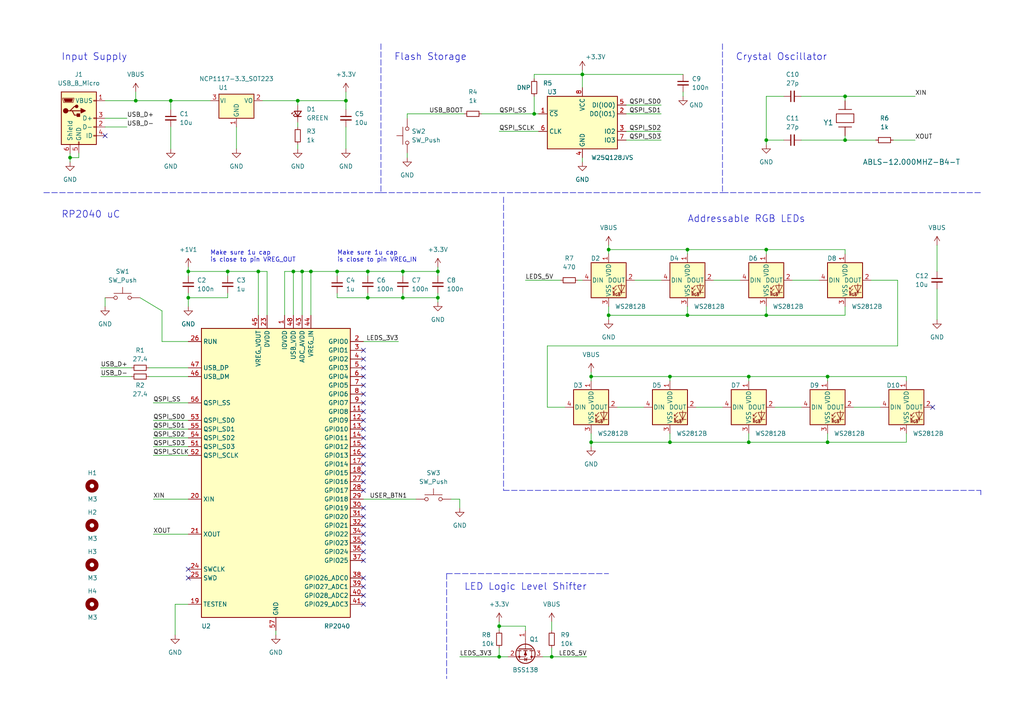
<source format=kicad_sch>
(kicad_sch (version 20211123) (generator eeschema)
  (paper "A4")
  (title_block (title "RP2040 Minimal Design and LED Array") (date "2022-10-16") (rev "0.1") (company "Serious Business Corporation"))
  (lib_symbols
    (symbol "2022-10-15_04-56-42:ABLS-12.000MHZ-B4-T" (pin_numbers hide) (pin_names hide)
      (property "Reference" "Y1" (at 3.81 6.35 90))
      (property "Value" "ABLS-12.000MHZ-B4-T" (at -7.62 -5.08 90))
      (symbol "ABLS-12.000MHZ-B4-T_1_1"
        (polyline (pts (xy 2.54 -1.905) (xy 2.54 1.905)) (stroke (width 0.2032)))
        (polyline (pts (xy 3.81 -2.54) (xy 3.81 2.54)) (stroke (width 0.2032)))
        (polyline (pts (xy 3.81 2.54) (xy 6.35 2.54)) (stroke (width 0.2032)))
        (polyline (pts (xy 6.35 -2.54) (xy 3.81 -2.54)) (stroke (width 0.2032)))
        (polyline (pts (xy 6.35 2.54) (xy 6.35 -2.54)) (stroke (width 0.2032)))
        (polyline (pts (xy 7.62 -1.905) (xy 7.62 1.905)) (stroke (width 0.2032)))
        (pin bidirectional line (at 0 0 0) (length 2.54) (name "1") (number "1"))
        (pin bidirectional line (at 10.16 0 180) (length 2.54) (name "2") (number "2"))
      )
    )
    (symbol "Connector:USB_B_Micro" (pin_names (offset 1.016))
      (property "Reference" "J" (at -5.08 11.43 0))
      (property "Value" "USB_B_Micro" (at -5.08 8.89 0))
      (symbol "USB_B_Micro_0_1"
        (rectangle (start -5.08 -7.62) (end 5.08 7.62) (stroke (width 0.254)) (fill (type background)))
        (circle (center -3.81 2.159) (radius 0.635) (stroke (width 0.254)) (fill (type outline)))
        (circle (center -0.635 3.429) (radius 0.381) (stroke (width 0.254)) (fill (type outline)))
        (rectangle (start -0.127 -7.62) (end 0.127 -6.858))
        (polyline (pts (xy -1.905 2.159) (xy 0.635 2.159)) (stroke (width 0.254)))
        (polyline (pts (xy -3.175 2.159) (xy -2.54 2.159) (xy -1.27 3.429) (xy -0.635 3.429)) (stroke (width 0.254)))
        (polyline (pts (xy -2.54 2.159) (xy -1.905 2.159) (xy -1.27 0.889) (xy 0 0.889)) (stroke (width 0.254)))
        (polyline (pts (xy 0.635 2.794) (xy 0.635 1.524) (xy 1.905 2.159) (xy 0.635 2.794)) (stroke (width 0.254)) (fill (type outline)))
        (polyline (pts (xy -4.318 5.588) (xy -1.778 5.588) (xy -2.032 4.826) (xy -4.064 4.826) (xy -4.318 5.588)) (fill (type outline)))
        (polyline (pts (xy -4.699 5.842) (xy -4.699 5.588) (xy -4.445 4.826) (xy -4.445 4.572) (xy -1.651 4.572) (xy -1.651 4.826) (xy -1.397 5.588) (xy -1.397 5.842) (xy -4.699 5.842)))
        (rectangle (start 0.254 1.27) (end -0.508 0.508) (stroke (width 0.254)) (fill (type outline)))
        (rectangle (start 5.08 -5.207) (end 4.318 -4.953))
        (rectangle (start 5.08 -2.667) (end 4.318 -2.413))
        (rectangle (start 5.08 -0.127) (end 4.318 0.127))
        (rectangle (start 5.08 4.953) (end 4.318 5.207))
      )
      (symbol "USB_B_Micro_1_1"
        (pin power_out line (at 7.62 5.08 180) (length 2.54) (name "VBUS") (number "1"))
        (pin bidirectional line (at 7.62 -2.54 180) (length 2.54) (name "D-") (number "2"))
        (pin bidirectional line (at 7.62 0 180) (length 2.54) (name "D+") (number "3"))
        (pin passive line (at 7.62 -5.08 180) (length 2.54) (name "ID") (number "4"))
        (pin power_out line (at 0 -10.16 90) (length 2.54) (name "GND") (number "5"))
        (pin passive line (at -2.54 -10.16 90) (length 2.54) (name "Shield") (number "6"))
      )
    )
    (symbol "Device:C_Small" (pin_numbers hide) (pin_names (offset 0.254) hide)
      (property "Reference" "C" (at 0.254 1.778 0))
      (property "Value" "C_Small" (at 0.254 -2.032 0))
      (symbol "C_Small_0_1"
        (polyline (pts (xy -1.524 -0.508) (xy 1.524 -0.508)) (stroke (width 0.3302)))
        (polyline (pts (xy -1.524 0.508) (xy 1.524 0.508)) (stroke (width 0.3048)))
      )
      (symbol "C_Small_1_1"
        (pin passive line (at 0 2.54 270) (length 2.032) (name "~") (number "1"))
        (pin passive line (at 0 -2.54 90) (length 2.032) (name "~") (number "2"))
      )
    )
    (symbol "Device:LED_Small" (pin_numbers hide) (pin_names (offset 0.254) hide)
      (property "Reference" "D" (at -1.27 3.175 0))
      (property "Value" "LED_Small" (at -4.445 -2.54 0))
      (symbol "LED_Small_0_1"
        (polyline (pts (xy -0.762 -1.016) (xy -0.762 1.016)) (stroke (width 0.254)))
        (polyline (pts (xy 1.016 0) (xy -0.762 0)))
        (polyline (pts (xy 0.762 -1.016) (xy -0.762 0) (xy 0.762 1.016) (xy 0.762 -1.016)) (stroke (width 0.254)))
        (polyline (pts (xy 0 0.762) (xy -0.508 1.27) (xy -0.254 1.27) (xy -0.508 1.27) (xy -0.508 1.016)))
        (polyline (pts (xy 0.508 1.27) (xy 0 1.778) (xy 0.254 1.778) (xy 0 1.778) (xy 0 1.524)))
      )
      (symbol "LED_Small_1_1"
        (pin passive line (at -2.54 0 0) (length 1.778) (name "K") (number "1"))
        (pin passive line (at 2.54 0 180) (length 1.778) (name "A") (number "2"))
      )
    )
    (symbol "Device:R_Small" (pin_numbers hide) (pin_names (offset 0.254) hide)
      (property "Reference" "R" (at 0.762 0.508 0))
      (property "Value" "R_Small" (at 0.762 -1.016 0))
      (symbol "R_Small_0_1"
        (rectangle (start -0.762 1.778) (end 0.762 -1.778) (stroke (width 0.2032)))
      )
      (symbol "R_Small_1_1"
        (pin passive line (at 0 2.54 270) (length 0.762) (name "~") (number "1"))
        (pin passive line (at 0 -2.54 90) (length 0.762) (name "~") (number "2"))
      )
    )
    (symbol "LED:WS2812B" (pin_names (offset 0.254))
      (property "Reference" "D" (at 5.08 5.715 0))
      (property "Value" "WS2812B" (at 1.27 -5.715 0))
      (symbol "WS2812B_0_0"
        (text "RGB" (at 2.286 -4.191 0) (effects (font (size 0.762 0.762))))
      )
      (symbol "WS2812B_0_1"
        (polyline (pts (xy 1.27 -3.556) (xy 1.778 -3.556)))
        (polyline (pts (xy 1.27 -2.54) (xy 1.778 -2.54)))
        (polyline (pts (xy 4.699 -3.556) (xy 2.667 -3.556)))
        (polyline (pts (xy 2.286 -2.54) (xy 1.27 -3.556) (xy 1.27 -3.048)))
        (polyline (pts (xy 2.286 -1.524) (xy 1.27 -2.54) (xy 1.27 -2.032)))
        (polyline (pts (xy 3.683 -1.016) (xy 3.683 -3.556) (xy 3.683 -4.064)))
        (polyline (pts (xy 4.699 -1.524) (xy 2.667 -1.524) (xy 3.683 -3.556) (xy 4.699 -1.524)))
        (rectangle (start 5.08 5.08) (end -5.08 -5.08) (stroke (width 0.254)) (fill (type background)))
      )
      (symbol "WS2812B_1_1"
        (pin power_in line (at 0 7.62 270) (length 2.54) (name "VDD") (number "1"))
        (pin output line (at 7.62 0 180) (length 2.54) (name "DOUT") (number "2"))
        (pin power_in line (at 0 -7.62 90) (length 2.54) (name "VSS") (number "3"))
        (pin input line (at -7.62 0 0) (length 2.54) (name "DIN") (number "4"))
      )
    )
    (symbol "MCU_RaspberryPi:RP2040"
      (property "Reference" "U" (at 17.78 45.72 0))
      (property "Value" "RP2040" (at 17.78 43.18 0))
      (symbol "RP2040_0_1"
        (rectangle (start -21.59 41.91) (end 21.59 -41.91) (stroke (width 0.254)) (fill (type background)))
      )
      (symbol "RP2040_1_1"
        (pin power_in line (at 2.54 45.72 270) (length 3.81) (name "IOVDD") (number "1"))
        (pin passive line (at 2.54 45.72 270) (length 3.81) hide (name "IOVDD") (number "10"))
        (pin bidirectional line (at 25.4 17.78 180) (length 3.81) (name "GPIO8") (number "11"))
        (pin bidirectional line (at 25.4 15.24 180) (length 3.81) (name "GPIO9") (number "12"))
        (pin bidirectional line (at 25.4 12.7 180) (length 3.81) (name "GPIO10") (number "13"))
        (pin bidirectional line (at 25.4 10.16 180) (length 3.81) (name "GPIO11") (number "14"))
        (pin bidirectional line (at 25.4 7.62 180) (length 3.81) (name "GPIO12") (number "15"))
        (pin bidirectional line (at 25.4 5.08 180) (length 3.81) (name "GPIO13") (number "16"))
        (pin bidirectional line (at 25.4 2.54 180) (length 3.81) (name "GPIO14") (number "17"))
        (pin bidirectional line (at 25.4 0 180) (length 3.81) (name "GPIO15") (number "18"))
        (pin input line (at -25.4 -38.1 0) (length 3.81) (name "TESTEN") (number "19"))
        (pin bidirectional line (at 25.4 38.1 180) (length 3.81) (name "GPIO0") (number "2"))
        (pin input line (at -25.4 -7.62 0) (length 3.81) (name "XIN") (number "20"))
        (pin passive line (at -25.4 -17.78 0) (length 3.81) (name "XOUT") (number "21"))
        (pin passive line (at 2.54 45.72 270) (length 3.81) hide (name "IOVDD") (number "22"))
        (pin power_in line (at -2.54 45.72 270) (length 3.81) (name "DVDD") (number "23"))
        (pin output line (at -25.4 -27.94 0) (length 3.81) (name "SWCLK") (number "24"))
        (pin bidirectional line (at -25.4 -30.48 0) (length 3.81) (name "SWD") (number "25"))
        (pin input line (at -25.4 38.1 0) (length 3.81) (name "RUN") (number "26"))
        (pin bidirectional line (at 25.4 -2.54 180) (length 3.81) (name "GPIO16") (number "27"))
        (pin bidirectional line (at 25.4 -5.08 180) (length 3.81) (name "GPIO17") (number "28"))
        (pin bidirectional line (at 25.4 -7.62 180) (length 3.81) (name "GPIO18") (number "29"))
        (pin bidirectional line (at 25.4 35.56 180) (length 3.81) (name "GPIO1") (number "3"))
        (pin bidirectional line (at 25.4 -10.16 180) (length 3.81) (name "GPIO19") (number "30"))
        (pin bidirectional line (at 25.4 -12.7 180) (length 3.81) (name "GPIO20") (number "31"))
        (pin bidirectional line (at 25.4 -15.24 180) (length 3.81) (name "GPIO21") (number "32"))
        (pin passive line (at 2.54 45.72 270) (length 3.81) hide (name "IOVDD") (number "33"))
        (pin bidirectional line (at 25.4 -17.78 180) (length 3.81) (name "GPIO22") (number "34"))
        (pin bidirectional line (at 25.4 -20.32 180) (length 3.81) (name "GPIO23") (number "35"))
        (pin bidirectional line (at 25.4 -22.86 180) (length 3.81) (name "GPIO24") (number "36"))
        (pin bidirectional line (at 25.4 -25.4 180) (length 3.81) (name "GPIO25") (number "37"))
        (pin bidirectional line (at 25.4 -30.48 180) (length 3.81) (name "GPIO26_ADC0") (number "38"))
        (pin bidirectional line (at 25.4 -33.02 180) (length 3.81) (name "GPIO27_ADC1") (number "39"))
        (pin bidirectional line (at 25.4 33.02 180) (length 3.81) (name "GPIO2") (number "4"))
        (pin bidirectional line (at 25.4 -35.56 180) (length 3.81) (name "GPIO28_ADC2") (number "40"))
        (pin bidirectional line (at 25.4 -38.1 180) (length 3.81) (name "GPIO29_ADC3") (number "41"))
        (pin passive line (at 2.54 45.72 270) (length 3.81) hide (name "IOVDD") (number "42"))
        (pin power_in line (at 7.62 45.72 270) (length 3.81) (name "ADC_AVDD") (number "43"))
        (pin power_in line (at 10.16 45.72 270) (length 3.81) (name "VREG_IN") (number "44"))
        (pin power_out line (at -5.08 45.72 270) (length 3.81) (name "VREG_VOUT") (number "45"))
        (pin bidirectional line (at -25.4 27.94 0) (length 3.81) (name "USB_DM") (number "46"))
        (pin bidirectional line (at -25.4 30.48 0) (length 3.81) (name "USB_DP") (number "47"))
        (pin power_in line (at 5.08 45.72 270) (length 3.81) (name "USB_VDD") (number "48"))
        (pin passive line (at 2.54 45.72 270) (length 3.81) hide (name "IOVDD") (number "49"))
        (pin bidirectional line (at 25.4 30.48 180) (length 3.81) (name "GPIO3") (number "5"))
        (pin passive line (at -2.54 45.72 270) (length 3.81) hide (name "DVDD") (number "50"))
        (pin bidirectional line (at -25.4 7.62 0) (length 3.81) (name "QSPI_SD3") (number "51"))
        (pin output line (at -25.4 5.08 0) (length 3.81) (name "QSPI_SCLK") (number "52"))
        (pin bidirectional line (at -25.4 15.24 0) (length 3.81) (name "QSPI_SD0") (number "53"))
        (pin bidirectional line (at -25.4 10.16 0) (length 3.81) (name "QSPI_SD2") (number "54"))
        (pin bidirectional line (at -25.4 12.7 0) (length 3.81) (name "QSPI_SD1") (number "55"))
        (pin bidirectional line (at -25.4 20.32 0) (length 3.81) (name "QSPI_SS") (number "56"))
        (pin power_in line (at 0 -45.72 90) (length 3.81) (name "GND") (number "57"))
        (pin bidirectional line (at 25.4 27.94 180) (length 3.81) (name "GPIO4") (number "6"))
        (pin bidirectional line (at 25.4 25.4 180) (length 3.81) (name "GPIO5") (number "7"))
        (pin bidirectional line (at 25.4 22.86 180) (length 3.81) (name "GPIO6") (number "8"))
        (pin bidirectional line (at 25.4 20.32 180) (length 3.81) (name "GPIO7") (number "9"))
      )
    )
    (symbol "Mechanical:MountingHole" (pin_names (offset 1.016))
      (property "Reference" "H" (at 0 5.08 0))
      (property "Value" "MountingHole" (at 0 3.175 0))
      (symbol "MountingHole_0_1"
        (circle (center 0 0) (radius 1.27) (stroke (width 1.27)))
      )
    )
    (symbol "Memory_Flash:W25Q128JVS"
      (property "Reference" "U" (at -8.89 8.89 0))
      (property "Value" "W25Q128JVS" (at 7.62 8.89 0))
      (symbol "W25Q128JVS_0_1"
        (rectangle (start -10.16 7.62) (end 10.16 -7.62) (stroke (width 0.254)) (fill (type background)))
      )
      (symbol "W25Q128JVS_1_1"
        (pin input line (at -12.7 2.54 0) (length 2.54) (name "~{CS}") (number "1"))
        (pin bidirectional line (at 12.7 2.54 180) (length 2.54) (name "DO(IO1)") (number "2"))
        (pin bidirectional line (at 12.7 -2.54 180) (length 2.54) (name "IO2") (number "3"))
        (pin power_in line (at 0 -10.16 90) (length 2.54) (name "GND") (number "4"))
        (pin bidirectional line (at 12.7 5.08 180) (length 2.54) (name "DI(IO0)") (number "5"))
        (pin input line (at -12.7 -2.54 0) (length 2.54) (name "CLK") (number "6"))
        (pin bidirectional line (at 12.7 -5.08 180) (length 2.54) (name "IO3") (number "7"))
        (pin power_in line (at 0 10.16 270) (length 2.54) (name "VCC") (number "8"))
      )
    )
    (symbol "Regulator_Linear:NCP1117-3.3_SOT223" (pin_names (offset 0.254))
      (property "Reference" "U" (at -3.81 3.175 0))
      (property "Value" "NCP1117-3.3_SOT223" (at 0 3.175 0))
      (symbol "NCP1117-3.3_SOT223_0_1"
        (rectangle (start -5.08 -5.08) (end 5.08 1.905) (stroke (width 0.254)) (fill (type background)))
      )
      (symbol "NCP1117-3.3_SOT223_1_1"
        (pin power_in line (at 0 -7.62 90) (length 2.54) (name "GND") (number "1"))
        (pin power_out line (at 7.62 0 180) (length 2.54) (name "VO") (number "2"))
        (pin power_in line (at -7.62 0 0) (length 2.54) (name "VI") (number "3"))
      )
    )
    (symbol "Switch:SW_Push" (pin_numbers hide) (pin_names (offset 1.016) hide)
      (property "Reference" "SW" (at 1.27 2.54 0))
      (property "Value" "SW_Push" (at 0 -1.524 0))
      (symbol "SW_Push_0_1"
        (circle (center -2.032 0) (radius 0.508))
        (polyline (pts (xy 0 1.27) (xy 0 3.048)))
        (polyline (pts (xy 2.54 1.27) (xy -2.54 1.27)))
        (circle (center 2.032 0) (radius 0.508))
        (pin passive line (at -5.08 0 0) (length 2.54) (name "1") (number "1"))
        (pin passive line (at 5.08 0 180) (length 2.54) (name "2") (number "2"))
      )
    )
    (symbol "Transistor_FET:BSS138" (pin_names hide)
      (property "Reference" "Q" (at 5.08 1.905 0))
      (property "Value" "BSS138" (at 5.08 0 0))
      (symbol "BSS138_0_1"
        (polyline (pts (xy 0.254 0) (xy -2.54 0)))
        (polyline (pts (xy 0.254 1.905) (xy 0.254 -1.905)) (stroke (width 0.254)))
        (polyline (pts (xy 0.762 -1.27) (xy 0.762 -2.286)) (stroke (width 0.254)))
        (polyline (pts (xy 0.762 0.508) (xy 0.762 -0.508)) (stroke (width 0.254)))
        (polyline (pts (xy 0.762 2.286) (xy 0.762 1.27)) (stroke (width 0.254)))
        (polyline (pts (xy 2.54 2.54) (xy 2.54 1.778)))
        (polyline (pts (xy 2.54 -2.54) (xy 2.54 0) (xy 0.762 0)))
        (polyline (pts (xy 0.762 -1.778) (xy 3.302 -1.778) (xy 3.302 1.778) (xy 0.762 1.778)))
        (polyline (pts (xy 1.016 0) (xy 2.032 0.381) (xy 2.032 -0.381) (xy 1.016 0)) (fill (type outline)))
        (polyline (pts (xy 2.794 0.508) (xy 2.921 0.381) (xy 3.683 0.381) (xy 3.81 0.254)))
        (polyline (pts (xy 3.302 0.381) (xy 2.921 -0.254) (xy 3.683 -0.254) (xy 3.302 0.381)))
        (circle (center 1.651 0) (radius 2.794) (stroke (width 0.254)))
        (circle (center 2.54 -1.778) (radius 0.254) (fill (type outline)))
        (circle (center 2.54 1.778) (radius 0.254) (fill (type outline)))
      )
      (symbol "BSS138_1_1"
        (pin input line (at -5.08 0 0) (length 2.54) (name "G") (number "1"))
        (pin passive line (at 2.54 -5.08 90) (length 2.54) (name "S") (number "2"))
        (pin passive line (at 2.54 5.08 270) (length 2.54) (name "D") (number "3"))
      )
    )
    (symbol "power:+1V1" (power) (pin_names (offset 0))
      (property "Value" "+1V1" (at 0 3.556 0))
      (symbol "+1V1_0_1"
        (polyline (pts (xy -0.762 1.27) (xy 0 2.54)))
        (polyline (pts (xy 0 0) (xy 0 2.54)))
        (polyline (pts (xy 0 2.54) (xy 0.762 1.27)))
      )
      (symbol "+1V1_1_1"
        (pin power_in line (at 0 0 90) (length 0) hide (name "+1V1") (number "1"))
      )
    )
    (symbol "power:+3.3V" (power) (pin_names (offset 0))
      (property "Value" "+3.3V" (at 0 3.556 0))
      (symbol "+3.3V_0_1"
        (polyline (pts (xy -0.762 1.27) (xy 0 2.54)))
        (polyline (pts (xy 0 0) (xy 0 2.54)))
        (polyline (pts (xy 0 2.54) (xy 0.762 1.27)))
      )
      (symbol "+3.3V_1_1"
        (pin power_in line (at 0 0 90) (length 0) hide (name "+3.3V") (number "1"))
      )
    )
    (symbol "power:GND" (power) (pin_names (offset 0))
      (property "Value" "GND" (at 0 -3.81 0))
      (symbol "GND_0_1"
        (polyline (pts (xy 0 0) (xy 0 -1.27) (xy 1.27 -1.27) (xy 0 -2.54) (xy -1.27 -1.27) (xy 0 -1.27)))
      )
      (symbol "GND_1_1"
        (pin power_in line (at 0 0 270) (length 0) hide (name "GND") (number "1"))
      )
    )
    (symbol "power:VBUS" (power) (pin_names (offset 0))
      (property "Value" "VBUS" (at 0 3.81 0))
      (symbol "VBUS_0_1"
        (polyline (pts (xy -0.762 1.27) (xy 0 2.54)))
        (polyline (pts (xy 0 0) (xy 0 2.54)))
        (polyline (pts (xy 0 2.54) (xy 0.762 1.27)))
      )
      (symbol "VBUS_1_1"
        (pin power_in line (at 0 0 90) (length 0) hide (name "VBUS") (number "1"))
      )
    )
  )
  (junction (at 176.53 91.44))
  (junction (at 168.91 21.59))
  (junction (at 222.25 91.44))
  (junction (at 85.09 78.74))
  (junction (at 20.32 45.72))
  (junction (at 116.84 78.74))
  (junction (at 127 86.36))
  (junction (at 39.37 29.21))
  (junction (at 171.45 109.22))
  (junction (at 106.68 78.74))
  (junction (at 90.17 78.74))
  (junction (at 240.03 109.22))
  (junction (at 194.31 128.27))
  (junction (at 144.78 181.61))
  (junction (at 222.25 72.39))
  (junction (at 245.11 27.94))
  (junction (at 86.36 29.21))
  (junction (at 199.39 91.44))
  (junction (at 160.02 190.5))
  (junction (at 240.03 128.27))
  (junction (at 245.11 40.64))
  (junction (at 97.79 78.74))
  (junction (at 116.84 86.36))
  (junction (at 66.04 78.74))
  (junction (at 144.78 190.5))
  (junction (at 154.94 33.02))
  (junction (at 199.39 72.39))
  (junction (at 49.53 29.21))
  (junction (at 176.53 72.39))
  (junction (at 87.63 78.74))
  (junction (at 54.61 78.74))
  (junction (at 127 78.74))
  (junction (at 222.25 40.64))
  (junction (at 54.61 86.36))
  (junction (at 106.68 86.36))
  (junction (at 100.33 29.21))
  (junction (at 74.93 78.74))
  (junction (at 217.17 109.22))
  (junction (at 171.45 128.27))
  (junction (at 217.17 128.27))
  (junction (at 194.31 109.22))
  (no_connect (at 270.51 118.11))
  (no_connect (at 105.41 142.24))
  (no_connect (at 105.41 147.32))
  (no_connect (at 105.41 149.86))
  (no_connect (at 105.41 152.4))
  (no_connect (at 105.41 154.94))
  (no_connect (at 105.41 101.6))
  (no_connect (at 105.41 104.14))
  (no_connect (at 105.41 106.68))
  (no_connect (at 105.41 109.22))
  (no_connect (at 105.41 111.76))
  (no_connect (at 105.41 114.3))
  (no_connect (at 105.41 116.84))
  (no_connect (at 105.41 119.38))
  (no_connect (at 105.41 121.92))
  (no_connect (at 105.41 124.46))
  (no_connect (at 105.41 127))
  (no_connect (at 105.41 129.54))
  (no_connect (at 105.41 132.08))
  (no_connect (at 105.41 134.62))
  (no_connect (at 105.41 137.16))
  (no_connect (at 105.41 139.7))
  (no_connect (at 105.41 157.48))
  (no_connect (at 105.41 160.02))
  (no_connect (at 54.61 165.1))
  (no_connect (at 54.61 167.64))
  (no_connect (at 105.41 162.56))
  (no_connect (at 105.41 167.64))
  (no_connect (at 105.41 170.18))
  (no_connect (at 105.41 172.72))
  (no_connect (at 105.41 175.26))
  (no_connect (at 30.48 39.37))
  (wire (pts (xy 144.78 187.96) (xy 144.78 190.5)))
  (wire (pts (xy 77.47 91.44) (xy 77.47 78.74)))
  (wire (pts (xy 181.61 33.02) (xy 191.77 33.02)))
  (wire (pts (xy 30.48 86.36) (xy 30.48 88.9)))
  (wire (pts (xy 168.91 20.32) (xy 168.91 21.59)))
  (wire (pts (xy 207.01 81.28) (xy 214.63 81.28)))
  (wire (pts (xy 127 77.47) (xy 127 78.74)))
  (wire (pts (xy 217.17 128.27) (xy 240.03 128.27)))
  (wire (pts (xy 116.84 78.74) (xy 116.84 80.01)))
  (wire (pts (xy 176.53 71.12) (xy 176.53 72.39)))
  (polyline (pts (xy 209.55 55.88) (xy 284.48 55.88)))
  (polyline (pts (xy 284.48 142.24) (xy 284.48 143.51)))
  (wire (pts (xy 49.53 36.83) (xy 49.53 43.18)))
  (wire (pts (xy 160.02 180.34) (xy 160.02 182.88)))
  (wire (pts (xy 39.37 26.67) (xy 39.37 29.21)))
  (wire (pts (xy 168.91 21.59) (xy 198.12 21.59)))
  (polyline (pts (xy 129.54 166.37) (xy 129.54 196.85)))
  (wire (pts (xy 160.02 187.96) (xy 160.02 190.5)))
  (wire (pts (xy 87.63 78.74) (xy 90.17 78.74)))
  (wire (pts (xy 168.91 45.72) (xy 168.91 46.99)))
  (wire (pts (xy 176.53 91.44) (xy 176.53 92.71)))
  (wire (pts (xy 181.61 40.64) (xy 191.77 40.64)))
  (wire (pts (xy 106.68 86.36) (xy 97.79 86.36)))
  (wire (pts (xy 118.11 44.45) (xy 118.11 45.72)))
  (wire (pts (xy 222.25 40.64) (xy 222.25 41.91)))
  (wire (pts (xy 157.48 190.5) (xy 160.02 190.5)))
  (wire (pts (xy 199.39 91.44) (xy 222.25 91.44)))
  (wire (pts (xy 152.4 81.28) (xy 162.56 81.28)))
  (wire (pts (xy 40.64 86.36) (xy 46.99 90.17)))
  (wire (pts (xy 179.07 118.11) (xy 186.69 118.11)))
  (wire (pts (xy 86.36 29.21) (xy 100.33 29.21)))
  (wire (pts (xy 160.02 190.5) (xy 170.18 190.5)))
  (wire (pts (xy 259.08 40.64) (xy 265.43 40.64)))
  (wire (pts (xy 222.25 88.9) (xy 222.25 91.44)))
  (wire (pts (xy 127 86.36) (xy 116.84 86.36)))
  (wire (pts (xy 85.09 78.74) (xy 87.63 78.74)))
  (wire (pts (xy 127 78.74) (xy 127 80.01)))
  (wire (pts (xy 106.68 85.09) (xy 106.68 86.36)))
  (wire (pts (xy 176.53 72.39) (xy 176.53 73.66)))
  (wire (pts (xy 127 86.36) (xy 127 87.63)))
  (wire (pts (xy 30.48 29.21) (xy 39.37 29.21)))
  (wire (pts (xy 181.61 38.1) (xy 191.77 38.1)))
  (wire (pts (xy 245.11 27.94) (xy 265.43 27.94)))
  (wire (pts (xy 127 85.09) (xy 127 86.36)))
  (wire (pts (xy 44.45 132.08) (xy 54.61 132.08)))
  (wire (pts (xy 262.89 109.22) (xy 262.89 110.49)))
  (polyline (pts (xy 110.49 12.7) (xy 110.49 55.88)))
  (wire (pts (xy 194.31 109.22) (xy 217.17 109.22)))
  (polyline (pts (xy 146.05 57.15) (xy 146.05 142.24)))
  (wire (pts (xy 30.48 36.83) (xy 36.83 36.83)))
  (wire (pts (xy 68.58 36.83) (xy 68.58 43.18)))
  (wire (pts (xy 90.17 78.74) (xy 97.79 78.74)))
  (wire (pts (xy 245.11 40.64) (xy 254 40.64)))
  (wire (pts (xy 97.79 86.36) (xy 97.79 85.09)))
  (wire (pts (xy 66.04 78.74) (xy 66.04 80.01)))
  (wire (pts (xy 20.32 45.72) (xy 20.32 46.99)))
  (wire (pts (xy 90.17 91.44) (xy 90.17 78.74)))
  (wire (pts (xy 199.39 72.39) (xy 222.25 72.39)))
  (wire (pts (xy 116.84 86.36) (xy 106.68 86.36)))
  (wire (pts (xy 232.41 27.94) (xy 245.11 27.94)))
  (wire (pts (xy 199.39 88.9) (xy 199.39 91.44)))
  (wire (pts (xy 158.75 118.11) (xy 163.83 118.11)))
  (wire (pts (xy 54.61 175.26) (xy 50.8 175.26)))
  (wire (pts (xy 54.61 77.47) (xy 54.61 78.74)))
  (wire (pts (xy 222.25 91.44) (xy 245.11 91.44)))
  (wire (pts (xy 224.79 118.11) (xy 232.41 118.11)))
  (wire (pts (xy 144.78 180.34) (xy 144.78 181.61)))
  (wire (pts (xy 46.99 90.17) (xy 46.99 99.06)))
  (wire (pts (xy 217.17 109.22) (xy 240.03 109.22)))
  (wire (pts (xy 43.18 109.22) (xy 54.61 109.22)))
  (wire (pts (xy 154.94 22.86) (xy 154.94 21.59)))
  (wire (pts (xy 240.03 109.22) (xy 262.89 109.22)))
  (wire (pts (xy 50.8 175.26) (xy 50.8 184.15)))
  (wire (pts (xy 199.39 72.39) (xy 199.39 73.66)))
  (wire (pts (xy 222.25 40.64) (xy 227.33 40.64)))
  (wire (pts (xy 130.81 144.78) (xy 133.35 144.78)))
  (wire (pts (xy 158.75 100.33) (xy 260.35 100.33)))
  (wire (pts (xy 194.31 125.73) (xy 194.31 128.27)))
  (wire (pts (xy 217.17 125.73) (xy 217.17 128.27)))
  (wire (pts (xy 245.11 39.37) (xy 245.11 40.64)))
  (wire (pts (xy 152.4 181.61) (xy 152.4 182.88)))
  (wire (pts (xy 87.63 91.44) (xy 87.63 78.74)))
  (wire (pts (xy 66.04 78.74) (xy 74.93 78.74)))
  (wire (pts (xy 44.45 154.94) (xy 54.61 154.94)))
  (wire (pts (xy 144.78 181.61) (xy 144.78 182.88)))
  (wire (pts (xy 176.53 72.39) (xy 199.39 72.39)))
  (wire (pts (xy 194.31 109.22) (xy 194.31 110.49)))
  (wire (pts (xy 22.86 44.45) (xy 22.86 45.72)))
  (wire (pts (xy 116.84 78.74) (xy 127 78.74)))
  (wire (pts (xy 106.68 78.74) (xy 106.68 80.01)))
  (wire (pts (xy 154.94 21.59) (xy 168.91 21.59)))
  (wire (pts (xy 86.36 35.56) (xy 86.36 36.83)))
  (wire (pts (xy 198.12 26.67) (xy 198.12 27.94)))
  (polyline (pts (xy 129.54 166.37) (xy 176.53 166.37)))
  (wire (pts (xy 86.36 41.91) (xy 86.36 43.18)))
  (wire (pts (xy 229.87 81.28) (xy 237.49 81.28)))
  (wire (pts (xy 100.33 36.83) (xy 100.33 43.18)))
  (polyline (pts (xy 209.55 12.7) (xy 209.55 55.88)))
  (wire (pts (xy 171.45 128.27) (xy 194.31 128.27)))
  (wire (pts (xy 176.53 91.44) (xy 199.39 91.44)))
  (wire (pts (xy 22.86 45.72) (xy 20.32 45.72)))
  (wire (pts (xy 54.61 86.36) (xy 54.61 88.9)))
  (wire (pts (xy 43.18 106.68) (xy 54.61 106.68)))
  (wire (pts (xy 82.55 91.44) (xy 82.55 78.74)))
  (wire (pts (xy 74.93 78.74) (xy 74.93 91.44)))
  (wire (pts (xy 232.41 40.64) (xy 245.11 40.64)))
  (wire (pts (xy 168.91 21.59) (xy 168.91 25.4)))
  (wire (pts (xy 49.53 31.75) (xy 49.53 29.21)))
  (wire (pts (xy 44.45 127) (xy 54.61 127)))
  (wire (pts (xy 54.61 86.36) (xy 66.04 86.36)))
  (wire (pts (xy 39.37 29.21) (xy 49.53 29.21)))
  (wire (pts (xy 144.78 38.1) (xy 156.21 38.1)))
  (wire (pts (xy 217.17 109.22) (xy 217.17 110.49)))
  (wire (pts (xy 139.7 33.02) (xy 154.94 33.02)))
  (wire (pts (xy 154.94 33.02) (xy 156.21 33.02)))
  (wire (pts (xy 247.65 118.11) (xy 255.27 118.11)))
  (wire (pts (xy 54.61 78.74) (xy 66.04 78.74)))
  (wire (pts (xy 222.25 27.94) (xy 222.25 40.64)))
  (wire (pts (xy 66.04 85.09) (xy 66.04 86.36)))
  (wire (pts (xy 133.35 147.32) (xy 133.35 144.78)))
  (wire (pts (xy 97.79 78.74) (xy 97.79 80.01)))
  (wire (pts (xy 106.68 78.74) (xy 116.84 78.74)))
  (wire (pts (xy 194.31 128.27) (xy 217.17 128.27)))
  (wire (pts (xy 144.78 190.5) (xy 147.32 190.5)))
  (wire (pts (xy 201.93 118.11) (xy 209.55 118.11)))
  (polyline (pts (xy 12.7 55.88) (xy 110.49 55.88)))
  (wire (pts (xy 80.01 182.88) (xy 80.01 184.15)))
  (wire (pts (xy 176.53 88.9) (xy 176.53 91.44)))
  (wire (pts (xy 245.11 27.94) (xy 245.11 29.21)))
  (wire (pts (xy 85.09 91.44) (xy 85.09 78.74)))
  (polyline (pts (xy 110.49 55.88) (xy 209.55 55.88)))
  (wire (pts (xy 54.61 78.74) (xy 54.61 80.01)))
  (wire (pts (xy 86.36 30.48) (xy 86.36 29.21)))
  (wire (pts (xy 171.45 128.27) (xy 171.45 129.54)))
  (wire (pts (xy 44.45 124.46) (xy 54.61 124.46)))
  (wire (pts (xy 262.89 125.73) (xy 262.89 128.27)))
  (wire (pts (xy 44.45 129.54) (xy 54.61 129.54)))
  (wire (pts (xy 245.11 88.9) (xy 245.11 91.44)))
  (wire (pts (xy 227.33 27.94) (xy 222.25 27.94)))
  (wire (pts (xy 171.45 109.22) (xy 171.45 110.49)))
  (wire (pts (xy 184.15 81.28) (xy 191.77 81.28)))
  (wire (pts (xy 44.45 116.84) (xy 54.61 116.84)))
  (wire (pts (xy 76.2 29.21) (xy 86.36 29.21)))
  (wire (pts (xy 49.53 29.21) (xy 60.96 29.21)))
  (wire (pts (xy 29.21 106.68) (xy 38.1 106.68)))
  (wire (pts (xy 222.25 72.39) (xy 222.25 73.66)))
  (wire (pts (xy 158.75 100.33) (xy 158.75 118.11)))
  (polyline (pts (xy 146.05 142.24) (xy 284.48 142.24)))
  (wire (pts (xy 82.55 78.74) (xy 85.09 78.74)))
  (wire (pts (xy 105.41 99.06) (xy 115.57 99.06)))
  (wire (pts (xy 240.03 109.22) (xy 240.03 110.49)))
  (wire (pts (xy 271.78 83.82) (xy 271.78 92.71)))
  (wire (pts (xy 116.84 85.09) (xy 116.84 86.36)))
  (wire (pts (xy 171.45 109.22) (xy 194.31 109.22)))
  (wire (pts (xy 240.03 128.27) (xy 262.89 128.27)))
  (wire (pts (xy 171.45 125.73) (xy 171.45 128.27)))
  (wire (pts (xy 44.45 144.78) (xy 54.61 144.78)))
  (wire (pts (xy 44.45 121.92) (xy 54.61 121.92)))
  (wire (pts (xy 167.64 81.28) (xy 168.91 81.28)))
  (wire (pts (xy 245.11 72.39) (xy 245.11 73.66)))
  (wire (pts (xy 240.03 125.73) (xy 240.03 128.27)))
  (wire (pts (xy 29.21 109.22) (xy 38.1 109.22)))
  (wire (pts (xy 154.94 27.94) (xy 154.94 33.02)))
  (wire (pts (xy 144.78 181.61) (xy 152.4 181.61)))
  (wire (pts (xy 54.61 85.09) (xy 54.61 86.36)))
  (wire (pts (xy 30.48 34.29) (xy 36.83 34.29)))
  (wire (pts (xy 118.11 33.02) (xy 118.11 34.29)))
  (wire (pts (xy 20.32 44.45) (xy 20.32 45.72)))
  (wire (pts (xy 222.25 72.39) (xy 245.11 72.39)))
  (wire (pts (xy 100.33 29.21) (xy 100.33 31.75)))
  (wire (pts (xy 260.35 81.28) (xy 260.35 100.33)))
  (wire (pts (xy 118.11 33.02) (xy 134.62 33.02)))
  (wire (pts (xy 252.73 81.28) (xy 260.35 81.28)))
  (wire (pts (xy 46.99 99.06) (xy 54.61 99.06)))
  (wire (pts (xy 133.35 190.5) (xy 144.78 190.5)))
  (wire (pts (xy 181.61 30.48) (xy 191.77 30.48)))
  (wire (pts (xy 171.45 107.95) (xy 171.45 109.22)))
  (wire (pts (xy 105.41 144.78) (xy 120.65 144.78)))
  (wire (pts (xy 97.79 78.74) (xy 106.68 78.74)))
  (wire (pts (xy 271.78 71.12) (xy 271.78 78.74)))
  (wire (pts (xy 74.93 78.74) (xy 77.47 78.74)))
  (wire (pts (xy 100.33 26.67) (xy 100.33 29.21)))
  (text "Make sure 1u cap\nis close to pin VREG_OUT" (at 60.96 76.2 0) (effects (font (size 1.27 1.27)) (justify left bottom)))
  (text "LED Logic Level Shifter" (at 134.62 171.45 0) (effects (font (size 2 2)) (justify left bottom)))
  (text "RP2040 uC" (at 17.78 63.5 0) (effects (font (size 2 2)) (justify left bottom)))
  (text "Input Supply\n" (at 17.78 17.78 0) (effects (font (size 2 2)) (justify left bottom)))
  (text "Crystal Oscillator" (at 213.36 17.78 0) (effects (font (size 2 2)) (justify left bottom)))
  (text "Addressable RGB LEDs" (at 199.39 64.77 0) (effects (font (size 2 2)) (justify left bottom)))
  (text "Make sure 1u cap\nis close to pin VREG_IN\n" (at 97.79 76.2 0) (effects (font (size 1.27 1.27)) (justify left bottom)))
  (text "Flash Storage" (at 114.3 17.78 0) (effects (font (size 2 2)) (justify left bottom)))
  (label "QSPI_SD0" (at 191.77 30.48 180))
  (label "QSPI_SD2" (at 44.45 127 0))
  (label "QSPI_SD3" (at 191.77 40.64 180))
  (label "USER_BTN1" (at 118.11 144.78 180))
  (label "LEDS_5V" (at 152.4 81.28 0))
  (label "QSPI_SD1" (at 191.77 33.02 180))
  (label "LEDS_5V" (at 170.18 190.5 180))
  (label "XOUT" (at 265.43 40.64 0))
  (label "USB_BOOT" (at 124.46 33.02 0))
  (label "QSPI_SD1" (at 44.45 124.46 0))
  (label "QSPI_SD3" (at 44.45 129.54 0))
  (label "QSPI_SD2" (at 191.77 38.1 180))
  (label "XIN" (at 44.45 144.78 0))
  (label "QSPI_SCLK" (at 144.78 38.1 0))
  (label "USB_D-" (at 29.21 109.22 0))
  (label "QSPI_SCLK" (at 44.45 132.08 0))
  (label "USB_D+" (at 29.21 106.68 0))
  (label "USB_D+" (at 36.83 34.29 0))
  (label "QSPI_SD0" (at 44.45 121.92 0))
  (label "QSPI_SS" (at 144.78 33.02 0))
  (label "XOUT" (at 44.45 154.94 0))
  (label "LEDS_3V3" (at 115.57 99.06 180))
  (label "USB_D-" (at 36.83 36.83 0))
  (label "XIN" (at 265.43 27.94 0))
  (label "QSPI_SS" (at 44.45 116.84 0))
  (label "LEDS_3V3" (at 133.35 190.5 0))
  (symbol (lib_id "Switch:SW_Push") (at 35.56 86.36 0) (unit 1)
    (property "Reference" "SW1" (at 35.56 78.74 0))
    (property "Value" "SW_Push" (at 35.56 81.28 0))
    (property "Footprint" "Button_Switch_SMD:SW_SPST_TL3305A" (effects hide))
  )
  (symbol (lib_id "2022-10-15_04-56-42:ABLS-12.000MHZ-B4-T") (at 245.11 39.37 90) (unit 1)
    (property "Reference" "Y1" (at 238.76 35.56 90) (effects (font (size 1.524 1.524)) (justify right)))
    (property "Value" "ABLS-12.000MHZ-B4-T" (at 250.19 46.99 90) (effects (font (size 1.524 1.524)) (justify right)))
    (property "Footprint" "XTAL_ABLS_ABR" (effects hide))
  )
  (symbol (lib_id "power:GND") (at 133.35 147.32 0) (unit 1)
    (property "Reference" "#PWR0103" (effects hide))
    (property "Value" "GND" (at 133.35 152.4 0))
  )
  (symbol (lib_id "power:+1V1") (at 54.61 77.47 0) (unit 1)
    (property "Reference" "#PWR0104" (effects hide))
    (property "Value" "+1V1" (at 54.61 72.39 0))
  )
  (symbol (lib_id "power:VBUS") (at 176.53 71.12 0) (unit 1)
    (property "Reference" "#PWR0122" (effects hide))
    (property "Value" "VBUS" (at 176.53 66.04 0))
  )
  (symbol (lib_id "Device:C_Small") (at 106.68 82.55 0) (unit 1)
    (property "Reference" "C6" (at 109.22 81.2862 0) (effects (justify left)))
    (property "Value" "100n" (at 109.22 83.8262 0) (effects (justify left)))
    (property "Footprint" "Capacitor_SMD:C_01005_0402Metric" (effects hide))
  )
  (symbol (lib_id "power:+3.3V") (at 168.91 20.32 0) (unit 1)
    (property "Reference" "#PWR0120" (effects hide))
    (property "Value" "+3.3V" (at 172.72 16.51 0))
  )
  (symbol (lib_id "LED:WS2812B") (at 194.31 118.11 0) (unit 1)
    (property "Reference" "D5" (at 190.5 111.76 0))
    (property "Value" "WS2812B" (at 200.66 125.73 0))
    (property "Footprint" "LED_SMD:LED_WS2812B_PLCC4_5.0x5.0mm_P3.2mm" (effects hide))
    (property "Datasheet" "https://cdn-shop.adafruit.com/datasheets/WS2812B.pdf" (effects hide))
  )
  (symbol (lib_id "Mechanical:MountingHole") (at 26.67 175.26 0) (unit 1)
    (property "Reference" "H4" (at 25.4 171.45 0) (effects (justify left)))
    (property "Value" "M3" (at 25.4 179.07 0) (effects (justify left)))
    (property "Footprint" "MountingHole:MountingHole_3.2mm_M3" (effects hide))
  )
  (symbol (lib_id "power:GND") (at 50.8 184.15 0) (unit 1)
    (property "Reference" "#PWR0107" (effects hide))
    (property "Value" "GND" (at 50.8 189.23 0))
  )
  (symbol (lib_id "LED:WS2812B") (at 217.17 118.11 0) (unit 1)
    (property "Reference" "D7" (at 213.36 111.76 0))
    (property "Value" "WS2812B" (at 223.52 125.73 0))
    (property "Footprint" "LED_SMD:LED_WS2812B_PLCC4_5.0x5.0mm_P3.2mm" (effects hide))
    (property "Datasheet" "https://cdn-shop.adafruit.com/datasheets/WS2812B.pdf" (effects hide))
  )
  (symbol (lib_id "power:GND") (at 68.58 43.18 0) (unit 1)
    (property "Reference" "#PWR0111" (effects hide))
    (property "Value" "GND" (at 68.58 48.26 0))
  )
  (symbol (lib_id "power:+3.3V") (at 144.78 180.34 0) (unit 1)
    (property "Reference" "#PWR01" (effects hide))
    (property "Value" "+3.3V" (at 144.78 175.26 0))
  )
  (symbol (lib_id "power:GND") (at 20.32 46.99 0) (unit 1)
    (property "Reference" "#PWR0110" (effects hide))
    (property "Value" "GND" (at 20.32 52.07 0))
  )
  (symbol (lib_id "Device:C_Small") (at 229.87 40.64 90) (unit 1)
    (property "Reference" "C11" (at 229.8763 34.29 90))
    (property "Value" "27p" (at 229.8763 36.83 90))
    (property "Footprint" "Capacitor_SMD:C_01005_0402Metric" (effects hide))
  )
  (symbol (lib_id "power:VBUS") (at 171.45 107.95 0) (unit 1)
    (property "Reference" "#PWR0124" (effects hide))
    (property "Value" "VBUS" (at 171.45 102.87 0))
  )
  (symbol (lib_id "Device:R_Small") (at 154.94 25.4 180) (unit 1)
    (property "Reference" "R5" (at 157.48 24.1299 0) (effects (justify right)))
    (property "Value" "DNP" (at 149.86 25.4 0) (effects (justify right)))
    (property "Footprint" "Resistor_SMD:R_01005_0402Metric" (effects hide))
  )
  (symbol (lib_id "power:GND") (at 30.48 88.9 0) (unit 1)
    (property "Reference" "#PWR0105" (effects hide))
    (property "Value" "GND" (at 30.48 93.98 0))
  )
  (symbol (lib_id "power:GND") (at 222.25 41.91 0) (unit 1)
    (property "Reference" "#PWR0117" (effects hide))
    (property "Value" "GND" (at 222.25 46.99 0))
  )
  (symbol (lib_id "Mechanical:MountingHole") (at 26.67 163.83 0) (unit 1)
    (property "Reference" "H3" (at 25.4 160.02 0) (effects (justify left)))
    (property "Value" "M3" (at 25.4 167.64 0) (effects (justify left)))
    (property "Footprint" "MountingHole:MountingHole_3.2mm_M3" (effects hide))
  )
  (symbol (lib_id "Device:C_Small") (at 271.78 81.28 0) (unit 1)
    (property "Reference" "C12" (at 265.43 80.01 0) (effects (justify left)))
    (property "Value" "10u" (at 265.43 82.55 0) (effects (justify left)))
    (property "Footprint" "Capacitor_SMD:C_0201_0603Metric" (effects hide))
  )
  (symbol (lib_id "power:GND") (at 176.53 92.71 0) (unit 1)
    (property "Reference" "#PWR0123" (effects hide))
    (property "Value" "GND" (at 176.53 97.79 0))
  )
  (symbol (lib_id "power:+3.3V") (at 127 77.47 0) (unit 1)
    (property "Reference" "#PWR0101" (effects hide))
    (property "Value" "+3.3V" (at 127 72.39 0))
  )
  (symbol (lib_id "MCU_RaspberryPi:RP2040") (at 80.01 137.16 0) (unit 1)
    (property "Reference" "U2" (at 58.42 181.61 0) (effects (justify left)))
    (property "Value" "RP2040" (at 93.98 181.61 0) (effects (justify left)))
    (property "Footprint" "Package_DFN_QFN:QFN-56-1EP_7x7mm_P0.4mm_EP3.2x3.2mm" (effects hide))
    (property "Datasheet" "https://datasheets.raspberrypi.com/rp2040/rp2040-datasheet.pdf" (effects hide))
  )
  (symbol (lib_id "Device:R_Small") (at 160.02 185.42 0) (unit 1)
    (property "Reference" "R9" (at 162.56 184.15 0) (effects (justify left)))
    (property "Value" "10k" (at 162.56 186.69 0) (effects (justify left)))
    (property "Footprint" "Resistor_SMD:R_01005_0402Metric" (effects hide))
  )
  (symbol (lib_id "Device:C_Small") (at 116.84 82.55 0) (unit 1)
    (property "Reference" "C7" (at 119.38 81.2862 0) (effects (justify left)))
    (property "Value" "100n" (at 119.38 83.8262 0) (effects (justify left)))
    (property "Footprint" "Capacitor_SMD:C_01005_0402Metric" (effects hide))
  )
  (symbol (lib_id "power:VBUS") (at 160.02 180.34 0) (unit 1)
    (property "Reference" "#PWR02" (effects hide))
    (property "Value" "VBUS" (at 160.02 175.26 0))
  )
  (symbol (lib_id "Device:C_Small") (at 97.79 82.55 0) (unit 1)
    (property "Reference" "C4" (at 100.33 81.2862 0) (effects (justify left)))
    (property "Value" "1u" (at 100.33 83.8262 0) (effects (justify left)))
    (property "Footprint" "Capacitor_SMD:C_01005_0402Metric" (effects hide))
  )
  (symbol (lib_id "Transistor_FET:BSS138") (at 152.4 187.96 270) (unit 1)
    (property "Reference" "Q1" (at 154.94 185.42 90))
    (property "Value" "BSS138" (at 152.4 194.31 90))
    (property "Footprint" "Package_TO_SOT_SMD:SOT-23" (effects hide))
    (property "Datasheet" "https://www.onsemi.com/pub/Collateral/BSS138-D.PDF" (effects hide))
  )
  (symbol (lib_id "Device:C_Small") (at 198.12 24.13 0) (unit 1)
    (property "Reference" "C9" (at 200.66 22.8662 0) (effects (justify left)))
    (property "Value" "100n" (at 200.66 25.4062 0) (effects (justify left)))
    (property "Footprint" "Capacitor_SMD:C_01005_0402Metric" (effects hide))
  )
  (symbol (lib_id "LED:WS2812B") (at 171.45 118.11 0) (unit 1)
    (property "Reference" "D3" (at 167.64 111.76 0))
    (property "Value" "WS2812B" (at 177.8 125.73 0))
    (property "Footprint" "LED_SMD:LED_WS2812B_PLCC4_5.0x5.0mm_P3.2mm" (effects hide))
    (property "Datasheet" "https://cdn-shop.adafruit.com/datasheets/WS2812B.pdf" (effects hide))
  )
  (symbol (lib_id "power:GND") (at 171.45 129.54 0) (unit 1)
    (property "Reference" "#PWR0121" (effects hide))
    (property "Value" "GND" (at 171.45 134.62 0))
  )
  (symbol (lib_id "power:GND") (at 86.36 43.18 0) (unit 1)
    (property "Reference" "#PWR0112" (effects hide))
    (property "Value" "GND" (at 86.36 48.26 0))
  )
  (symbol (lib_id "Device:R_Small") (at 165.1 81.28 90) (unit 1)
    (property "Reference" "R7" (at 165.1 74.93 90))
    (property "Value" "470" (at 165.1 77.47 90))
    (property "Footprint" "Resistor_SMD:R_01005_0402Metric" (effects hide))
  )
  (symbol (lib_id "Device:R_Small") (at 144.78 185.42 0) (unit 1)
    (property "Reference" "R8" (at 139.7 184.15 0) (effects (justify left)))
    (property "Value" "10k" (at 139.7 186.69 0) (effects (justify left)))
    (property "Footprint" "Resistor_SMD:R_01005_0402Metric" (effects hide))
  )
  (symbol (lib_id "LED:WS2812B") (at 176.53 81.28 0) (unit 1)
    (property "Reference" "D2" (at 172.72 74.93 0))
    (property "Value" "WS2812B" (at 182.88 88.9 0))
    (property "Footprint" "LED_SMD:LED_WS2812B_PLCC4_5.0x5.0mm_P3.2mm" (effects hide))
    (property "Datasheet" "https://cdn-shop.adafruit.com/datasheets/WS2812B.pdf" (effects hide))
  )
  (symbol (lib_id "power:GND") (at 168.91 46.99 0) (unit 1)
    (property "Reference" "#PWR0119" (effects hide))
    (property "Value" "GND" (at 168.91 52.07 0))
  )
  (symbol (lib_id "LED:WS2812B") (at 262.89 118.11 0) (unit 1)
    (property "Reference" "D10" (at 259.08 111.76 0))
    (property "Value" "WS2812B" (at 269.24 125.73 0))
    (property "Footprint" "LED_SMD:LED_WS2812B_PLCC4_5.0x5.0mm_P3.2mm" (effects hide))
    (property "Datasheet" "https://cdn-shop.adafruit.com/datasheets/WS2812B.pdf" (effects hide))
  )
  (symbol (lib_id "power:+3.3V") (at 100.33 26.67 0) (unit 1)
    (property "Reference" "#PWR0116" (effects hide))
    (property "Value" "+3.3V" (at 100.33 21.59 0))
  )
  (symbol (lib_id "Connector:USB_B_Micro") (at 22.86 34.29 0) (unit 1)
    (property "Reference" "J1" (at 22.86 21.59 0))
    (property "Value" "USB_B_Micro" (at 22.86 24.13 0))
    (property "Footprint" "Connector_USB:USB_Micro-AB_Molex_47590-0001" (effects hide))
  )
  (symbol (lib_id "Device:C_Small") (at 54.61 82.55 0) (unit 1)
    (property "Reference" "C2" (at 57.15 81.2862 0) (effects (justify left)))
    (property "Value" "100n" (at 57.15 83.8262 0) (effects (justify left)))
    (property "Footprint" "Capacitor_SMD:C_01005_0402Metric" (effects hide))
  )
  (symbol (lib_id "Memory_Flash:W25Q128JVS") (at 168.91 35.56 0) (unit 1)
    (property "Reference" "U3" (at 158.75 26.67 0) (effects (justify left)))
    (property "Value" "W25Q128JVS" (at 171.45 45.72 0) (effects (justify left)))
    (property "Footprint" "Package_SO:SOIC-8_5.23x5.23mm_P1.27mm" (effects hide))
    (property "Datasheet" "http://www.winbond.com/resource-files/w25q128jv_dtr%20revc%2003272018%20plus.pdf" (effects hide))
  )
  (symbol (lib_id "power:GND") (at 54.61 88.9 0) (unit 1)
    (property "Reference" "#PWR0106" (effects hide))
    (property "Value" "GND" (at 54.61 93.98 0))
  )
  (symbol (lib_id "LED:WS2812B") (at 245.11 81.28 0) (unit 1)
    (property "Reference" "D8" (at 241.3 74.93 0))
    (property "Value" "WS2812B" (at 251.46 88.9 0))
    (property "Footprint" "LED_SMD:LED_WS2812B_PLCC4_5.0x5.0mm_P3.2mm" (effects hide))
    (property "Datasheet" "https://cdn-shop.adafruit.com/datasheets/WS2812B.pdf" (effects hide))
  )
  (symbol (lib_id "LED:WS2812B") (at 222.25 81.28 0) (unit 1)
    (property "Reference" "D6" (at 218.44 74.93 0))
    (property "Value" "WS2812B" (at 228.6 88.9 0))
    (property "Footprint" "LED_SMD:LED_WS2812B_PLCC4_5.0x5.0mm_P3.2mm" (effects hide))
    (property "Datasheet" "https://cdn-shop.adafruit.com/datasheets/WS2812B.pdf" (effects hide))
  )
  (symbol (lib_id "Device:R_Small") (at 40.64 109.22 90) (unit 1)
    (property "Reference" "R2" (at 40.64 111.76 90))
    (property "Value" "27.4" (at 40.64 114.3 90))
    (property "Footprint" "Resistor_SMD:R_01005_0402Metric" (effects hide))
  )
  (symbol (lib_id "Device:C_Small") (at 127 82.55 0) (unit 1)
    (property "Reference" "C8" (at 129.54 81.2862 0) (effects (justify left)))
    (property "Value" "100n" (at 129.54 83.8262 0) (effects (justify left)))
    (property "Footprint" "Capacitor_SMD:C_01005_0402Metric" (effects hide))
  )
  (symbol (lib_id "Switch:SW_Push") (at 118.11 39.37 90) (unit 1)
    (property "Reference" "SW2" (at 119.38 38.0999 90) (effects (justify right)))
    (property "Value" "SW_Push" (at 119.38 40.6399 90) (effects (justify right)))
    (property "Footprint" "Button_Switch_SMD:SW_SPST_TL3305A" (effects hide))
  )
  (symbol (lib_id "Device:C_Small") (at 100.33 34.29 0) (unit 1)
    (property "Reference" "C5" (at 102.87 33.0262 0) (effects (justify left)))
    (property "Value" "10u" (at 102.87 35.5662 0) (effects (justify left)))
    (property "Footprint" "Capacitor_SMD:C_0201_0603Metric" (effects hide))
  )
  (symbol (lib_id "Device:R_Small") (at 256.54 40.64 90) (unit 1)
    (property "Reference" "R6" (at 256.54 34.29 90))
    (property "Value" "1k" (at 256.54 36.83 90))
    (property "Footprint" "Resistor_SMD:R_01005_0402Metric" (effects hide))
  )
  (symbol (lib_id "Device:C_Small") (at 66.04 82.55 0) (unit 1)
    (property "Reference" "C3" (at 68.58 81.2862 0) (effects (justify left)))
    (property "Value" "1u" (at 68.58 83.8262 0) (effects (justify left)))
    (property "Footprint" "Capacitor_SMD:C_01005_0402Metric" (effects hide))
  )
  (symbol (lib_id "Device:R_Small") (at 137.16 33.02 90) (unit 1)
    (property "Reference" "R4" (at 137.16 26.67 90))
    (property "Value" "1k" (at 137.16 29.21 90))
    (property "Footprint" "Resistor_SMD:R_01005_0402Metric" (effects hide))
  )
  (symbol (lib_id "Switch:SW_Push") (at 125.73 144.78 0) (unit 1)
    (property "Reference" "SW3" (at 125.73 137.16 0))
    (property "Value" "SW_Push" (at 125.73 139.7 0))
    (property "Footprint" "Button_Switch_SMD:SW_SPST_TL3305A" (effects hide))
  )
  (symbol (lib_id "power:GND") (at 118.11 45.72 0) (unit 1)
    (property "Reference" "#PWR0115" (effects hide))
    (property "Value" "GND" (at 118.11 50.8 0))
  )
  (symbol (lib_id "power:GND") (at 127 87.63 0) (unit 1)
    (property "Reference" "#PWR0102" (effects hide))
    (property "Value" "GND" (at 127 92.71 0))
  )
  (symbol (lib_id "Mechanical:MountingHole") (at 26.67 140.97 0) (unit 1)
    (property "Reference" "H1" (at 25.4 137.16 0) (effects (justify left)))
    (property "Value" "M3" (at 25.4 144.78 0) (effects (justify left)))
    (property "Footprint" "MountingHole:MountingHole_3.2mm_M3" (effects hide))
  )
  (symbol (lib_id "Device:LED_Small") (at 86.36 33.02 90) (unit 1)
    (property "Reference" "D1" (at 88.9 31.6864 90) (effects (justify right)))
    (property "Value" "GREEN" (at 88.9 34.2264 90) (effects (justify right)))
    (property "Footprint" "LED_SMD:LED_0201_0603Metric" (effects hide))
  )
  (symbol (lib_id "Mechanical:MountingHole") (at 26.67 152.4 0) (unit 1)
    (property "Reference" "H2" (at 25.4 148.59 0) (effects (justify left)))
    (property "Value" "M3" (at 25.4 156.21 0) (effects (justify left)))
    (property "Footprint" "MountingHole:MountingHole_3.2mm_M3" (effects hide))
  )
  (symbol (lib_id "Device:R_Small") (at 86.36 39.37 0) (unit 1)
    (property "Reference" "R3" (at 88.9 38.0999 0) (effects (justify left)))
    (property "Value" "1k" (at 88.9 40.6399 0) (effects (justify left)))
    (property "Footprint" "Resistor_SMD:R_01005_0402Metric" (effects hide))
  )
  (symbol (lib_id "power:VBUS") (at 39.37 26.67 0) (unit 1)
    (property "Reference" "#PWR0113" (effects hide))
    (property "Value" "VBUS" (at 39.37 21.59 0))
  )
  (symbol (lib_id "power:GND") (at 198.12 27.94 0) (unit 1)
    (property "Reference" "#PWR0118" (effects hide))
    (property "Value" "GND" (at 201.93 30.48 0))
  )
  (symbol (lib_id "Regulator_Linear:NCP1117-3.3_SOT223") (at 68.58 29.21 0) (unit 1)
    (property "Reference" "U1" (at 64.77 25.4 0))
    (property "Value" "NCP1117-3.3_SOT223" (at 68.58 22.86 0))
    (property "Footprint" "Package_TO_SOT_SMD:SOT-223-3_TabPin2" (effects hide))
    (property "Datasheet" "http://www.onsemi.com/pub_link/Collateral/NCP1117-D.PDF" (effects hide))
  )
  (symbol (lib_id "Device:C_Small") (at 229.87 27.94 90) (unit 1)
    (property "Reference" "C10" (at 229.8763 21.59 90))
    (property "Value" "27p" (at 229.8763 24.13 90))
    (property "Footprint" "Capacitor_SMD:C_01005_0402Metric" (effects hide))
  )
  (symbol (lib_id "power:GND") (at 49.53 43.18 0) (unit 1)
    (property "Reference" "#PWR0109" (effects hide))
    (property "Value" "GND" (at 49.53 48.26 0))
  )
  (symbol (lib_id "LED:WS2812B") (at 240.03 118.11 0) (unit 1)
    (property "Reference" "D9" (at 236.22 111.76 0))
    (property "Value" "WS2812B" (at 246.38 125.73 0))
    (property "Footprint" "LED_SMD:LED_WS2812B_PLCC4_5.0x5.0mm_P3.2mm" (effects hide))
    (property "Datasheet" "https://cdn-shop.adafruit.com/datasheets/WS2812B.pdf" (effects hide))
  )
  (symbol (lib_id "power:GND") (at 100.33 43.18 0) (unit 1)
    (property "Reference" "#PWR0114" (effects hide))
    (property "Value" "GND" (at 100.33 48.26 0))
  )
  (symbol (lib_id "Device:R_Small") (at 40.64 106.68 90) (unit 1)
    (property "Reference" "R1" (at 40.64 101.6 90))
    (property "Value" "27.4" (at 40.64 104.14 90))
    (property "Footprint" "Resistor_SMD:R_01005_0402Metric" (effects hide))
  )
  (symbol (lib_id "power:GND") (at 80.01 184.15 0) (unit 1)
    (property "Reference" "#PWR0108" (effects hide))
    (property "Value" "GND" (at 80.01 189.23 0))
  )
  (symbol (lib_id "Device:C_Small") (at 49.53 34.29 0) (unit 1)
    (property "Reference" "C1" (at 52.07 33.0262 0) (effects (justify left)))
    (property "Value" "10u" (at 52.07 35.5662 0) (effects (justify left)))
    (property "Footprint" "Capacitor_SMD:C_0201_0603Metric" (effects hide))
  )
  (symbol (lib_id "power:GND") (at 271.78 92.71 0) (unit 1)
    (property "Reference" "#PWR0126" (effects hide))
    (property "Value" "GND" (at 271.78 97.79 0))
  )
  (symbol (lib_id "LED:WS2812B") (at 199.39 81.28 0) (unit 1)
    (property "Reference" "D4" (at 195.58 74.93 0))
    (property "Value" "WS2812B" (at 205.74 88.9 0))
    (property "Footprint" "LED_SMD:LED_WS2812B_PLCC4_5.0x5.0mm_P3.2mm" (effects hide))
    (property "Datasheet" "https://cdn-shop.adafruit.com/datasheets/WS2812B.pdf" (effects hide))
  )
  (symbol (lib_id "power:VBUS") (at 271.78 71.12 0) (unit 1)
    (property "Reference" "#PWR0125" (effects hide))
    (property "Value" "VBUS" (at 271.78 66.04 0))
  )
)
</source>
